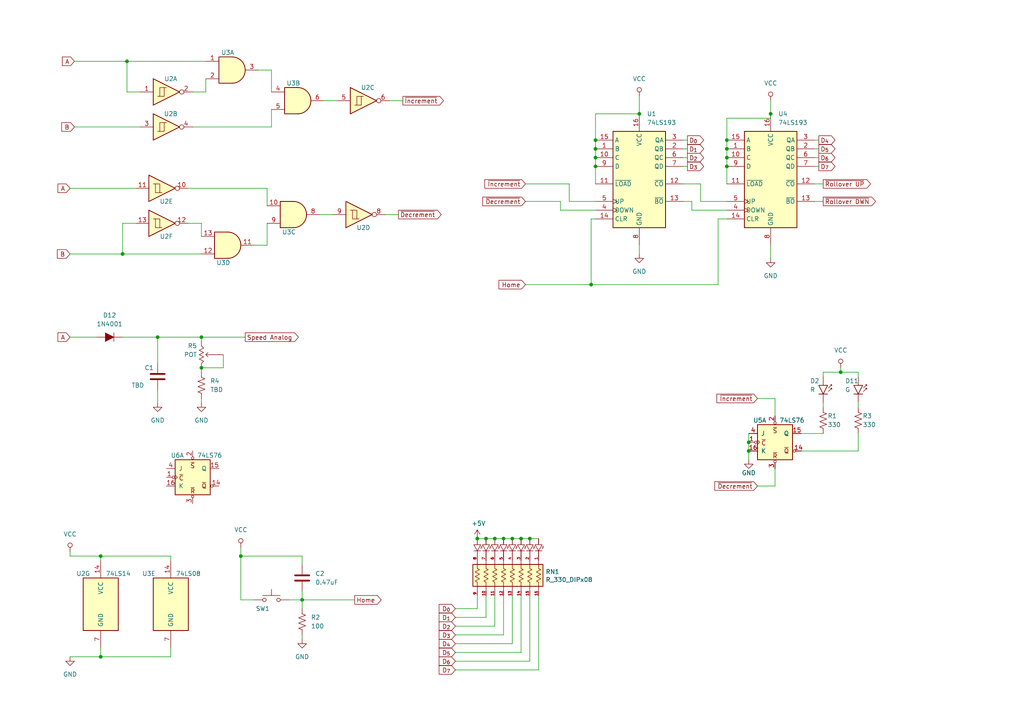
<source format=kicad_sch>
(kicad_sch (version 20230121) (generator eeschema)
  (paper "A4")
  (lib_symbols
    (symbol "00TJR:LED_small" (pin_numbers hide) (pin_names (offset 1.016) hide)
      (symbol "LED_small_0_1"
        (polyline (pts (xy -1.016 -2.286) (xy 1.016 -2.286)))
        (polyline (pts (xy 1.016 -1.27) (xy 1.4224 -0.8636)))
        (polyline (pts (xy 1.0414 -1.651) (xy 1.4478 -1.2446)))
        (polyline (pts (xy 0 -0.2032) (xy 0 -0.5334) (xy -0.0254 -0.5334)))
        (polyline (pts (xy -1.016 -0.508) (xy 1.016 -0.508) (xy 0 -2.286) (xy -1.016 -0.508)))
      )
      (symbol "LED_small_1_1"
        (pin passive line (at 0 -3.81 90) (length 1.4986) (name "K") (number "1"))
        (pin passive line (at 0 1.27 270) (length 1.4986) (name "A") (number "2"))
      )
    )
    (symbol "00TJR:R_Pack08_US" (pin_names (offset 0) hide)
      (property "Reference" "RN" (at -1.27 -11.43 0))
      (property "Value" "00TJR_R_Pack08_US" (at -1.27 11.43 0))
      (symbol "R_Pack08_US_0_1"
        (polyline (pts (xy -3.81 -8.89) (xy -2.794 -8.89)))
        (polyline (pts (xy -3.81 -6.35) (xy -2.794 -6.35)))
        (polyline (pts (xy -3.81 -3.81) (xy -2.794 -3.81)))
        (polyline (pts (xy -3.81 -1.27) (xy -2.794 -1.27)))
        (polyline (pts (xy -3.81 1.27) (xy -2.794 1.27)))
        (polyline (pts (xy -3.81 3.81) (xy -2.794 3.81)))
        (polyline (pts (xy -3.81 6.35) (xy -2.794 6.35)))
        (polyline (pts (xy -3.81 8.89) (xy -2.794 8.89)))
        (polyline (pts (xy 1.2192 3.81) (xy 2.54 3.81)))
        (polyline (pts (xy 1.2192 6.35) (xy 2.54 6.35)))
        (polyline (pts (xy 1.2192 8.89) (xy 2.54 8.89)))
        (polyline (pts (xy 2.54 -8.89) (xy 1.2192 -8.89)))
        (polyline (pts (xy 2.54 -6.35) (xy 1.2192 -6.35)))
        (polyline (pts (xy 2.54 -3.81) (xy 1.2192 -3.81)))
        (polyline (pts (xy 2.54 -1.27) (xy 1.2192 -1.27)))
        (polyline (pts (xy 2.54 1.27) (xy 1.2192 1.27)))
        (polyline (pts (xy 3.81 -8.89) (xy 2.54 -8.89)))
        (polyline (pts (xy 3.81 -6.35) (xy 2.54 -6.35)))
        (polyline (pts (xy 3.81 -3.81) (xy 2.54 -3.81)))
        (polyline (pts (xy 3.81 -1.27) (xy 2.54 -1.27)))
        (polyline (pts (xy 3.81 1.27) (xy 2.54 1.27)))
        (polyline (pts (xy 3.81 3.81) (xy 2.54 3.81)))
        (polyline (pts (xy 3.81 6.35) (xy 2.54 6.35)))
        (polyline (pts (xy 3.81 8.89) (xy 2.54 8.89)))
        (polyline (pts (xy -2.7432 -8.89) (xy -2.413 -8.255) (xy -1.7526 -9.525) (xy -1.0922 -8.255) (xy -0.4318 -9.525) (xy 0.2286 -8.255) (xy 0.889 -9.525) (xy 1.2192 -8.89)))
        (polyline (pts (xy -2.7432 -6.35) (xy -2.413 -5.715) (xy -1.7526 -6.985) (xy -1.0922 -5.715) (xy -0.4318 -6.985) (xy 0.2286 -5.715) (xy 0.889 -6.985) (xy 1.2192 -6.35)))
        (polyline (pts (xy -2.7432 -3.81) (xy -2.413 -3.175) (xy -1.7526 -4.445) (xy -1.0922 -3.175) (xy -0.4318 -4.445) (xy 0.2286 -3.175) (xy 0.889 -4.445) (xy 1.2192 -3.81)))
        (polyline (pts (xy -2.7432 -1.27) (xy -2.413 -0.635) (xy -1.7526 -1.905) (xy -1.0922 -0.635) (xy -0.4318 -1.905) (xy 0.2286 -0.635) (xy 0.889 -1.905) (xy 1.2192 -1.27)))
        (polyline (pts (xy -2.7432 1.27) (xy -2.413 1.905) (xy -1.7526 0.635) (xy -1.0922 1.905) (xy -0.4318 0.635) (xy 0.2286 1.905) (xy 0.889 0.635) (xy 1.2192 1.27)))
        (polyline (pts (xy -2.7432 3.81) (xy -2.413 4.445) (xy -1.7526 3.175) (xy -1.0922 4.445) (xy -0.4318 3.175) (xy 0.2286 4.445) (xy 0.889 3.175) (xy 1.2192 3.81)))
        (polyline (pts (xy -2.7432 6.35) (xy -2.413 6.985) (xy -1.7526 5.715) (xy -1.0922 6.985) (xy -0.4318 5.715) (xy 0.2286 6.985) (xy 0.889 5.715) (xy 1.2192 6.35)))
        (polyline (pts (xy -2.7432 8.89) (xy -2.413 9.525) (xy -1.7526 8.255) (xy -1.0922 9.525) (xy -0.4318 8.255) (xy 0.2286 9.525) (xy 0.889 8.255) (xy 1.2192 8.89)))
        (rectangle (start 2.413 -10.16) (end -3.937 10.16) (stroke (width 0.254)) (fill (type background)))
      )
      (symbol "R_Pack08_US_1_1"
        (polyline (pts (xy -5.08 -8.89) (xy -3.7592 -8.89)))
        (polyline (pts (xy -5.08 -6.35) (xy -3.7592 -6.35)))
        (polyline (pts (xy -5.08 -3.81) (xy -3.7592 -3.81)))
        (polyline (pts (xy -5.08 -1.27) (xy -3.7592 -1.27)))
        (polyline (pts (xy -5.08 1.27) (xy -3.7592 1.27)))
        (polyline (pts (xy -3.7592 3.81) (xy -5.08 3.81)))
        (polyline (pts (xy -3.7592 6.35) (xy -5.08 6.35)))
        (polyline (pts (xy -3.7592 8.89) (xy -5.08 8.89)))
        (pin passive line (at -6.35 8.89 0) (length 1.27) (name "1") (number "1"))
        (pin passive line (at 5.08 -6.35 180) (length 1.27) (name "10") (number "10"))
        (pin passive line (at 5.08 -3.81 180) (length 1.27) (name "11") (number "11"))
        (pin passive line (at 5.08 -1.27 180) (length 1.27) (name "12") (number "12"))
        (pin passive line (at 5.08 1.27 180) (length 1.27) (name "13") (number "13"))
        (pin passive line (at 5.08 3.81 180) (length 1.27) (name "14") (number "14"))
        (pin passive line (at 5.08 6.35 180) (length 1.27) (name "15") (number "15"))
        (pin passive line (at 5.08 8.89 180) (length 1.27) (name "16") (number "16"))
        (pin passive line (at -6.35 6.35 0) (length 1.27) (name "2") (number "2"))
        (pin passive line (at -6.35 3.81 0) (length 1.27) (name "3") (number "3"))
        (pin passive line (at -6.35 1.27 0) (length 1.27) (name "4") (number "4"))
        (pin passive line (at -6.35 -1.27 0) (length 1.27) (name "5") (number "5"))
        (pin passive line (at -6.35 -3.81 0) (length 1.27) (name "6") (number "6"))
        (pin passive line (at -6.35 -6.35 0) (length 1.27) (name "7") (number "7"))
        (pin passive line (at -6.35 -8.89 0) (length 1.27) (name "8") (number "8"))
        (pin passive line (at 5.08 -8.89 180) (length 1.27) (name "9") (number "9"))
      )
    )
    (symbol "BJT-Amps-cache:power_VCC" (power) (pin_names (offset 0))
      (property "Value" "power_VCC" (at 0 3.81 0))
      (symbol "power_VCC_0_1"
        (polyline (pts (xy 0 0) (xy 0 1.27)))
        (circle (center 0 1.905) (radius 0.635))
      )
      (symbol "power_VCC_1_1"
        (pin power_in line (at 0 0 90) (length 0) hide (name "VCC") (number "1"))
      )
    )
    (symbol "Counters-cache:74xx_74LS76" (pin_names (offset 1.016))
      (property "Reference" "U" (at -4.572 6.096 0))
      (property "Value" "74xx_74LS76" (at 3.81 6.096 0))
      (symbol "74xx_74LS76_1_0"
        (pin input line (at -7.62 0 0) (length 1.651) (name "~") (number "1"))
        (pin output line (at 7.62 -2.54 180) (length 1.651) (name "~") (number "14"))
        (pin output line (at 7.62 2.54 180) (length 2.54) (name "Q") (number "15"))
        (pin input line (at -7.62 -2.54 0) (length 2.54) (name "K") (number "16"))
        (pin input line (at 0 7.62 270) (length 1.651) (name "~") (number "2"))
        (pin input line (at 0 -7.62 90) (length 1.651) (name "~") (number "3"))
        (pin input line (at -7.62 2.54 0) (length 2.54) (name "J") (number "4"))
      )
      (symbol "74xx_74LS76_1_1"
        (circle (center -5.588 0) (radius 0.3556))
        (rectangle (start -5.08 5.08) (end 5.08 -5.08) (stroke (width 0.254)) (fill (type background)))
        (circle (center 0 -5.588) (radius 0.3556))
        (polyline (pts (xy -5.08 0.635) (xy -4.445 0) (xy -5.08 -0.635)))
        (circle (center 0 5.588) (radius 0.3556))
        (circle (center 5.588 -2.54) (radius 0.3556))
        (text "~{C}" (at -3.302 -0.254 0) (effects (font (size 1.27 1.27))))
        (text "~{Q}" (at 3.302 -2.54 0) (effects (font (size 1.27 1.27))))
        (text "~{R}" (at 0 -4.064 0) (effects (font (size 1.27 1.27))))
        (text "~{S}" (at 0 3.302 0) (effects (font (size 1.27 1.27))))
      )
      (symbol "74xx_74LS76_2_1"
        (circle (center -5.588 0) (radius 0.3556))
        (rectangle (start -5.08 5.08) (end 5.08 -5.08) (stroke (width 0.254)) (fill (type background)))
        (circle (center 0 -5.588) (radius 0.3556))
        (polyline (pts (xy -5.08 0.635) (xy -4.445 0) (xy -5.08 -0.635)))
        (circle (center 0 5.588) (radius 0.3556))
        (circle (center 5.588 -2.54) (radius 0.3556))
        (text "~{C}" (at -3.302 -0.254 0) (effects (font (size 1.27 1.27))))
        (text "~{Q}" (at 3.302 -2.54 0) (effects (font (size 1.27 1.27))))
        (text "~{R}" (at 0 -4.064 0) (effects (font (size 1.27 1.27))))
        (text "~{S}" (at 0 3.302 0) (effects (font (size 1.27 1.27))))
        (pin output line (at 7.62 -2.54 180) (length 1.651) (name "~") (number "10"))
        (pin output line (at 7.62 2.54 180) (length 2.54) (name "Q") (number "11"))
        (pin input line (at -7.62 -2.54 0) (length 2.54) (name "K") (number "12"))
        (pin input line (at -7.62 0 0) (length 1.651) (name "~") (number "6"))
        (pin input line (at 0 7.62 270) (length 1.651) (name "~") (number "7"))
        (pin input line (at 0 -7.62 90) (length 1.651) (name "~") (number "8"))
        (pin input line (at -7.62 2.54 0) (length 2.54) (name "J") (number "9"))
      )
    )
    (symbol "Drivers-cache:Drivers-rescue_LED-00TJR" (pin_numbers hide) (pin_names (offset 1.016) hide)
      (property "Reference" "D2" (at 3.81 1.27 0))
      (property "Value" "LED-00TJR" (at 3.81 -1.27 0))
      (symbol "Drivers-rescue_LED-00TJR_0_1"
        (polyline (pts (xy 1.27 -1.27) (xy -1.27 -1.27)) (stroke (width 0.2032)))
        (polyline (pts (xy 1.27 1.27) (xy -1.27 1.27) (xy 0 -1.27) (xy 1.27 1.27)) (stroke (width 0.2032)))
        (polyline (pts (xy 1.524 0.508) (xy 2.4892 1.4732) (xy 2.4892 1.0668) (xy 2.4892 1.4732) (xy 2.1082 1.4732)))
      )
      (symbol "Drivers-rescue_LED-00TJR_1_1"
        (polyline (pts (xy 1.524 -0.508) (xy 2.4892 0.4572) (xy 2.4892 0.0508) (xy 2.4892 0.4572) (xy 2.1082 0.4572)))
        (pin passive line (at 0 -3.81 90) (length 2.54) (name "K") (number "1"))
        (pin passive line (at 0 3.81 270) (length 2.54) (name "A") (number "2"))
      )
    )
    (symbol "F2018-cache:C" (pin_numbers hide) (pin_names (offset 0.254))
      (property "Reference" "C" (at 0.635 2.54 0))
      (property "Value" "C" (at 0.635 -2.54 0))
      (symbol "C_0_1"
        (polyline (pts (xy -2.032 -0.762) (xy 2.032 -0.762)) (stroke (width 0.508)))
        (polyline (pts (xy -2.032 0.762) (xy 2.032 0.762)) (stroke (width 0.508)))
      )
      (symbol "C_1_1"
        (pin passive line (at 0 3.81 270) (length 2.794) (name "~") (number "1"))
        (pin passive line (at 0 -3.81 90) (length 2.794) (name "~") (number "2"))
      )
    )
    (symbol "F2018-cache:D" (pin_numbers hide) (pin_names (offset 1.016) hide)
      (property "Reference" "D" (at 0 2.54 0))
      (property "Value" "D" (at 0 -2.54 0))
      (symbol "D_0_1"
        (polyline (pts (xy -1.27 1.27) (xy -1.27 -1.27)) (stroke (width 0.1524)))
        (polyline (pts (xy 1.27 1.27) (xy -1.27 0) (xy 1.27 -1.27)) (fill (type outline)))
      )
      (symbol "D_1_1"
        (pin passive line (at -3.81 0 0) (length 2.54) (name "K") (number "1"))
        (pin passive line (at 3.81 0 180) (length 2.54) (name "A") (number "2"))
      )
    )
    (symbol "F2018-cache:GND" (power) (pin_names (offset 0))
      (property "Value" "GND" (at 0 -3.81 0))
      (symbol "GND_0_1"
        (polyline (pts (xy 0 0) (xy 0 -1.27) (xy 1.27 -1.27) (xy 0 -2.54) (xy -1.27 -1.27) (xy 0 -1.27)))
      )
      (symbol "GND_1_1"
        (pin power_in line (at 0 0 270) (length 0) hide (name "GND") (number "1"))
      )
    )
    (symbol "F2018-cache:POT" (pin_numbers hide) (pin_names (offset 0))
      (property "Reference" "R" (at 2.54 -1.905 0))
      (property "Value" "POT" (at 2.54 2.54 0))
      (symbol "POT_0_1"
        (polyline (pts (xy 1.27 0) (xy 1.905 -0.635)))
        (polyline (pts (xy 1.27 0) (xy 1.905 0.635)))
        (polyline (pts (xy 5.08 0) (xy 1.27 0)))
        (polyline (pts (xy 0 2.54) (xy 0.635 1.905) (xy -0.635 1.27) (xy 0.635 0.635) (xy -0.635 0) (xy 0.635 -0.635) (xy -0.635 -1.27) (xy 0.635 -1.905) (xy 0 -2.54)))
      )
      (symbol "POT_1_1"
        (pin passive line (at 0 3.81 270) (length 1.27) (name "~") (number "1"))
        (pin passive line (at 0 -3.81 90) (length 1.27) (name "~") (number "2"))
        (pin passive line (at 6.35 0 180) (length 1.27) (name "~") (number "~"))
      )
    )
    (symbol "S2020-cache:00TJR_LED_small" (pin_numbers hide) (pin_names (offset 1.016) hide)
      (symbol "00TJR_LED_small_0_1"
        (polyline (pts (xy -0.635 -1.8542) (xy 0.635 -1.8542)))
        (polyline (pts (xy 0 -1.8288) (xy 0 -2.286)))
        (polyline (pts (xy 0.7366 -0.9652) (xy 1.3716 -0.3302)))
        (polyline (pts (xy 0 -0.2032) (xy 0 -0.5334) (xy -0.0254 -0.5334)))
        (polyline (pts (xy -0.635 -0.5842) (xy 0.635 -0.5842) (xy 0 -1.8542) (xy -0.635 -0.5842)))
      )
      (symbol "00TJR_LED_small_1_1"
        (polyline (pts (xy 0.7366 -1.4478) (xy 1.3716 -0.8128)))
        (pin passive line (at 0 -3.81 90) (length 1.4986) (name "K") (number "1"))
        (pin passive line (at 0 1.27 270) (length 1.4986) (name "A") (number "2"))
      )
    )
    (symbol "S2020-cache:74LS193"
      (property "Reference" "U" (at -7.62 13.97 0))
      (property "Value" "74LS193" (at 5.08 13.97 0))
      (symbol "74LS193_1_0"
        (pin input line (at -12.7 7.62 0) (length 5.08) (name "B") (number "1"))
        (pin input line (at -12.7 5.08 0) (length 5.08) (name "C") (number "10"))
        (pin input line (at -12.7 -2.54 0) (length 5.08) (name "~{LOAD}") (number "11"))
        (pin output line (at 12.7 -2.54 180) (length 5.08) (name "~{CO}") (number "12"))
        (pin output line (at 12.7 -7.62 180) (length 5.08) (name "~{BO}") (number "13"))
        (pin input line (at -12.7 -12.7 0) (length 5.08) (name "CLR") (number "14"))
        (pin input line (at -12.7 10.16 0) (length 5.08) (name "A") (number "15"))
        (pin power_in line (at 0 17.78 270) (length 5.08) (name "VCC") (number "16"))
        (pin output line (at 12.7 7.62 180) (length 5.08) (name "QB") (number "2"))
        (pin output line (at 12.7 10.16 180) (length 5.08) (name "QA") (number "3"))
        (pin input clock (at -12.7 -10.16 0) (length 5.08) (name "DOWN") (number "4"))
        (pin input clock (at -12.7 -7.62 0) (length 5.08) (name "UP") (number "5"))
        (pin output line (at 12.7 5.08 180) (length 5.08) (name "QC") (number "6"))
        (pin output line (at 12.7 2.54 180) (length 5.08) (name "QD") (number "7"))
        (pin power_in line (at 0 -20.32 90) (length 5.08) (name "GND") (number "8"))
        (pin input line (at -12.7 2.54 0) (length 5.08) (name "D") (number "9"))
      )
      (symbol "74LS193_1_1"
        (rectangle (start -7.62 12.7) (end 7.62 -15.24) (stroke (width 0.254)) (fill (type background)))
      )
    )
    (symbol "S2020-cache:74xx_74LS14" (pin_names (offset 1.016))
      (property "Reference" "U" (at 0 1.27 0))
      (property "Value" "74xx_74LS14" (at 0 -1.27 0))
      (symbol "74xx_74LS14_1_0"
        (polyline (pts (xy -3.81 3.81) (xy -3.81 -3.81) (xy 3.81 0) (xy -3.81 3.81)) (stroke (width 0.254)) (fill (type background)))
        (pin input line (at -7.62 0 0) (length 3.81) (name "~") (number "1"))
        (pin output inverted (at 7.62 0 180) (length 3.81) (name "~") (number "2"))
      )
      (symbol "74xx_74LS14_1_1"
        (polyline (pts (xy -1.905 -1.27) (xy -1.905 1.27) (xy -0.635 1.27)))
        (polyline (pts (xy -2.54 -1.27) (xy -0.635 -1.27) (xy -0.635 1.27) (xy 0 1.27)))
      )
      (symbol "74xx_74LS14_2_0"
        (polyline (pts (xy -3.81 3.81) (xy -3.81 -3.81) (xy 3.81 0) (xy -3.81 3.81)) (stroke (width 0.254)) (fill (type background)))
        (pin input line (at -7.62 0 0) (length 3.81) (name "~") (number "3"))
        (pin output inverted (at 7.62 0 180) (length 3.81) (name "~") (number "4"))
      )
      (symbol "74xx_74LS14_2_1"
        (polyline (pts (xy -1.905 -1.27) (xy -1.905 1.27) (xy -0.635 1.27)))
        (polyline (pts (xy -2.54 -1.27) (xy -0.635 -1.27) (xy -0.635 1.27) (xy 0 1.27)))
      )
      (symbol "74xx_74LS14_3_0"
        (polyline (pts (xy -3.81 3.81) (xy -3.81 -3.81) (xy 3.81 0) (xy -3.81 3.81)) (stroke (width 0.254)) (fill (type background)))
        (pin input line (at -7.62 0 0) (length 3.81) (name "~") (number "5"))
        (pin output inverted (at 7.62 0 180) (length 3.81) (name "~") (number "6"))
      )
      (symbol "74xx_74LS14_3_1"
        (polyline (pts (xy -1.905 -1.27) (xy -1.905 1.27) (xy -0.635 1.27)))
        (polyline (pts (xy -2.54 -1.27) (xy -0.635 -1.27) (xy -0.635 1.27) (xy 0 1.27)))
      )
      (symbol "74xx_74LS14_4_0"
        (polyline (pts (xy -3.81 3.81) (xy -3.81 -3.81) (xy 3.81 0) (xy -3.81 3.81)) (stroke (width 0.254)) (fill (type background)))
        (pin output inverted (at 7.62 0 180) (length 3.81) (name "~") (number "8"))
        (pin input line (at -7.62 0 0) (length 3.81) (name "~") (number "9"))
      )
      (symbol "74xx_74LS14_4_1"
        (polyline (pts (xy -1.905 -1.27) (xy -1.905 1.27) (xy -0.635 1.27)))
        (polyline (pts (xy -2.54 -1.27) (xy -0.635 -1.27) (xy -0.635 1.27) (xy 0 1.27)))
      )
      (symbol "74xx_74LS14_5_0"
        (polyline (pts (xy -3.81 3.81) (xy -3.81 -3.81) (xy 3.81 0) (xy -3.81 3.81)) (stroke (width 0.254)) (fill (type background)))
        (pin output inverted (at 7.62 0 180) (length 3.81) (name "~") (number "10"))
        (pin input line (at -7.62 0 0) (length 3.81) (name "~") (number "11"))
      )
      (symbol "74xx_74LS14_5_1"
        (polyline (pts (xy -1.905 -1.27) (xy -1.905 1.27) (xy -0.635 1.27)))
        (polyline (pts (xy -2.54 -1.27) (xy -0.635 -1.27) (xy -0.635 1.27) (xy 0 1.27)))
      )
      (symbol "74xx_74LS14_6_0"
        (polyline (pts (xy -3.81 3.81) (xy -3.81 -3.81) (xy 3.81 0) (xy -3.81 3.81)) (stroke (width 0.254)) (fill (type background)))
        (pin output inverted (at 7.62 0 180) (length 3.81) (name "~") (number "12"))
        (pin input line (at -7.62 0 0) (length 3.81) (name "~") (number "13"))
      )
      (symbol "74xx_74LS14_6_1"
        (polyline (pts (xy -1.905 -1.27) (xy -1.905 1.27) (xy -0.635 1.27)))
        (polyline (pts (xy -2.54 -1.27) (xy -0.635 -1.27) (xy -0.635 1.27) (xy 0 1.27)))
      )
      (symbol "74xx_74LS14_7_0"
        (pin power_in line (at 0 12.7 270) (length 5.08) (name "VCC") (number "14"))
        (pin power_in line (at 0 -12.7 90) (length 5.08) (name "GND") (number "7"))
      )
      (symbol "74xx_74LS14_7_1"
        (rectangle (start -5.08 7.62) (end 5.08 -7.62) (stroke (width 0.254)) (fill (type background)))
      )
    )
    (symbol "S2020-cache:74xx_74LS76" (pin_names (offset 1.016))
      (property "Reference" "U" (at -7.62 8.89 0))
      (property "Value" "74xx_74LS76" (at -7.62 -8.89 0))
      (symbol "74xx_74LS76_1_0"
        (pin input clock (at -7.62 0 0) (length 2.54) (name "C") (number "1"))
        (pin output line (at 7.62 -2.54 180) (length 2.54) (name "~{Q}") (number "14"))
        (pin output line (at 7.62 2.54 180) (length 2.54) (name "Q") (number "15"))
        (pin input line (at -7.62 -2.54 0) (length 2.54) (name "K") (number "16"))
        (pin input line (at 0 7.62 270) (length 2.54) (name "~{S}") (number "2"))
        (pin input line (at 0 -7.62 90) (length 2.54) (name "~{R}") (number "3"))
        (pin input line (at -7.62 2.54 0) (length 2.54) (name "J") (number "4"))
      )
      (symbol "74xx_74LS76_1_1"
        (rectangle (start -5.08 5.08) (end 5.08 -5.08) (stroke (width 0.254)) (fill (type background)))
      )
      (symbol "74xx_74LS76_2_0"
        (pin output line (at 7.62 -2.54 180) (length 2.54) (name "~{Q}") (number "10"))
        (pin output line (at 7.62 2.54 180) (length 2.54) (name "Q") (number "11"))
        (pin input line (at -7.62 -2.54 0) (length 2.54) (name "K") (number "12"))
        (pin input clock (at -7.62 0 0) (length 2.54) (name "C") (number "6"))
        (pin input line (at 0 7.62 270) (length 2.54) (name "~{S}") (number "7"))
        (pin input line (at 0 -7.62 90) (length 2.54) (name "~{R}") (number "8"))
        (pin input line (at -7.62 2.54 0) (length 2.54) (name "J") (number "9"))
      )
      (symbol "74xx_74LS76_2_1"
        (rectangle (start -5.08 5.08) (end 5.08 -5.08) (stroke (width 0.254)) (fill (type background)))
      )
      (symbol "74xx_74LS76_3_0"
        (pin power_in line (at 0 -10.16 90) (length 2.54) (name "GND") (number "13"))
        (pin power_in line (at 0 10.16 270) (length 2.54) (name "VCC") (number "5"))
      )
      (symbol "74xx_74LS76_3_1"
        (rectangle (start -5.08 7.62) (end 5.08 -7.62) (stroke (width 0.254)) (fill (type background)))
      )
    )
    (symbol "S2020-cache:Device_R_US" (pin_numbers hide) (pin_names (offset 0))
      (property "Reference" "R" (at 2.54 0 90))
      (property "Value" "Device_R_US" (at -2.54 0 90))
      (symbol "Device_R_US_0_1"
        (polyline (pts (xy 0 -2.286) (xy 0 -2.54)))
        (polyline (pts (xy 0 2.286) (xy 0 2.54)))
        (polyline (pts (xy 0 -0.762) (xy 1.016 -1.143) (xy 0 -1.524) (xy -1.016 -1.905) (xy 0 -2.286)))
        (polyline (pts (xy 0 0.762) (xy 1.016 0.381) (xy 0 0) (xy -1.016 -0.381) (xy 0 -0.762)))
        (polyline (pts (xy 0 2.286) (xy 1.016 1.905) (xy 0 1.524) (xy -1.016 1.143) (xy 0 0.762)))
      )
      (symbol "Device_R_US_1_1"
        (pin passive line (at 0 3.81 270) (length 1.27) (name "~") (number "1"))
        (pin passive line (at 0 -3.81 90) (length 1.27) (name "~") (number "2"))
      )
    )
    (symbol "S2020-cache:Switch_SW_Push" (pin_numbers hide) (pin_names (offset 1.016) hide)
      (property "Reference" "SW" (at 1.27 2.54 0))
      (property "Value" "Switch_SW_Push" (at 0 -1.524 0))
      (symbol "Switch_SW_Push_0_1"
        (circle (center -2.032 0) (radius 0.508))
        (polyline (pts (xy 0 1.27) (xy 0 3.048)))
        (polyline (pts (xy 2.54 1.27) (xy -2.54 1.27)))
        (circle (center 2.032 0) (radius 0.508))
        (pin passive line (at -5.08 0 0) (length 2.54) (name "1") (number "1"))
        (pin passive line (at 5.08 0 180) (length 2.54) (name "2") (number "2"))
      )
    )
    (symbol "TFlipFlop-cache:74xx_74LS08" (pin_names (offset 1.016))
      (property "Reference" "U" (at 0 1.27 0))
      (property "Value" "74xx_74LS08" (at 0 -1.27 0))
      (symbol "74xx_74LS08_1_1"
        (arc (start 0 -3.81) (mid 3.7934 0) (end 0 3.81) (stroke (width 0.254)) (fill (type background)))
        (polyline (pts (xy 0 3.81) (xy -3.81 3.81) (xy -3.81 -3.81) (xy 0 -3.81)) (stroke (width 0.254)) (fill (type background)))
        (pin input line (at -7.62 2.54 0) (length 3.81) (name "~") (number "1"))
        (pin input line (at -7.62 -2.54 0) (length 3.81) (name "~") (number "2"))
        (pin output line (at 7.62 0 180) (length 3.81) (name "~") (number "3"))
      )
      (symbol "74xx_74LS08_1_2"
        (arc (start -3.81 -3.81) (mid -2.589 0) (end -3.81 3.81) (stroke (width 0.254)))
        (arc (start -0.6096 -3.81) (mid 2.1842 -2.5851) (end 3.81 0) (stroke (width 0.254)) (fill (type background)))
        (polyline (pts (xy -3.81 -3.81) (xy -0.635 -3.81)) (stroke (width 0.254)) (fill (type background)))
        (polyline (pts (xy -3.81 3.81) (xy -0.635 3.81)) (stroke (width 0.254)) (fill (type background)))
        (polyline (pts (xy -0.635 3.81) (xy -3.81 3.81) (xy -3.81 3.81) (xy -3.556 3.4036) (xy -3.0226 2.2606) (xy -2.6924 1.0414) (xy -2.6162 -0.254) (xy -2.7686 -1.4986) (xy -3.175 -2.7178) (xy -3.81 -3.81) (xy -3.81 -3.81) (xy -0.635 -3.81)) (stroke (width -25.4)) (fill (type background)))
        (arc (start 3.81 0) (mid 2.1915 2.5936) (end -0.6096 3.81) (stroke (width 0.254)) (fill (type background)))
        (pin input inverted (at -7.62 2.54 0) (length 4.318) (name "~") (number "1"))
        (pin input inverted (at -7.62 -2.54 0) (length 4.318) (name "~") (number "2"))
        (pin output inverted (at 7.62 0 180) (length 3.81) (name "~") (number "3"))
      )
      (symbol "74xx_74LS08_2_1"
        (arc (start 0 -3.81) (mid 3.7934 0) (end 0 3.81) (stroke (width 0.254)) (fill (type background)))
        (polyline (pts (xy 0 3.81) (xy -3.81 3.81) (xy -3.81 -3.81) (xy 0 -3.81)) (stroke (width 0.254)) (fill (type background)))
        (pin input line (at -7.62 2.54 0) (length 3.81) (name "~") (number "4"))
        (pin input line (at -7.62 -2.54 0) (length 3.81) (name "~") (number "5"))
        (pin output line (at 7.62 0 180) (length 3.81) (name "~") (number "6"))
      )
      (symbol "74xx_74LS08_2_2"
        (arc (start -3.81 -3.81) (mid -2.589 0) (end -3.81 3.81) (stroke (width 0.254)))
        (arc (start -0.6096 -3.81) (mid 2.1842 -2.5851) (end 3.81 0) (stroke (width 0.254)) (fill (type background)))
        (polyline (pts (xy -3.81 -3.81) (xy -0.635 -3.81)) (stroke (width 0.254)) (fill (type background)))
        (polyline (pts (xy -3.81 3.81) (xy -0.635 3.81)) (stroke (width 0.254)) (fill (type background)))
        (polyline (pts (xy -0.635 3.81) (xy -3.81 3.81) (xy -3.81 3.81) (xy -3.556 3.4036) (xy -3.0226 2.2606) (xy -2.6924 1.0414) (xy -2.6162 -0.254) (xy -2.7686 -1.4986) (xy -3.175 -2.7178) (xy -3.81 -3.81) (xy -3.81 -3.81) (xy -0.635 -3.81)) (stroke (width -25.4)) (fill (type background)))
        (arc (start 3.81 0) (mid 2.1915 2.5936) (end -0.6096 3.81) (stroke (width 0.254)) (fill (type background)))
        (pin input inverted (at -7.62 2.54 0) (length 4.318) (name "~") (number "4"))
        (pin input inverted (at -7.62 -2.54 0) (length 4.318) (name "~") (number "5"))
        (pin output inverted (at 7.62 0 180) (length 3.81) (name "~") (number "6"))
      )
      (symbol "74xx_74LS08_3_1"
        (arc (start 0 -3.81) (mid 3.7934 0) (end 0 3.81) (stroke (width 0.254)) (fill (type background)))
        (polyline (pts (xy 0 3.81) (xy -3.81 3.81) (xy -3.81 -3.81) (xy 0 -3.81)) (stroke (width 0.254)) (fill (type background)))
        (pin input line (at -7.62 -2.54 0) (length 3.81) (name "~") (number "10"))
        (pin output line (at 7.62 0 180) (length 3.81) (name "~") (number "8"))
        (pin input line (at -7.62 2.54 0) (length 3.81) (name "~") (number "9"))
      )
      (symbol "74xx_74LS08_3_2"
        (arc (start -3.81 -3.81) (mid -2.589 0) (end -3.81 3.81) (stroke (width 0.254)))
        (arc (start -0.6096 -3.81) (mid 2.1842 -2.5851) (end 3.81 0) (stroke (width 0.254)) (fill (type background)))
        (polyline (pts (xy -3.81 -3.81) (xy -0.635 -3.81)) (stroke (width 0.254)) (fill (type background)))
        (polyline (pts (xy -3.81 3.81) (xy -0.635 3.81)) (stroke (width 0.254)) (fill (type background)))
        (polyline (pts (xy -0.635 3.81) (xy -3.81 3.81) (xy -3.81 3.81) (xy -3.556 3.4036) (xy -3.0226 2.2606) (xy -2.6924 1.0414) (xy -2.6162 -0.254) (xy -2.7686 -1.4986) (xy -3.175 -2.7178) (xy -3.81 -3.81) (xy -3.81 -3.81) (xy -0.635 -3.81)) (stroke (width -25.4)) (fill (type background)))
        (arc (start 3.81 0) (mid 2.1915 2.5936) (end -0.6096 3.81) (stroke (width 0.254)) (fill (type background)))
        (pin input inverted (at -7.62 -2.54 0) (length 4.318) (name "~") (number "10"))
        (pin output inverted (at 7.62 0 180) (length 3.81) (name "~") (number "8"))
        (pin input inverted (at -7.62 2.54 0) (length 4.318) (name "~") (number "9"))
      )
      (symbol "74xx_74LS08_4_1"
        (arc (start 0 -3.81) (mid 3.7934 0) (end 0 3.81) (stroke (width 0.254)) (fill (type background)))
        (polyline (pts (xy 0 3.81) (xy -3.81 3.81) (xy -3.81 -3.81) (xy 0 -3.81)) (stroke (width 0.254)) (fill (type background)))
        (pin output line (at 7.62 0 180) (length 3.81) (name "~") (number "11"))
        (pin input line (at -7.62 2.54 0) (length 3.81) (name "~") (number "12"))
        (pin input line (at -7.62 -2.54 0) (length 3.81) (name "~") (number "13"))
      )
      (symbol "74xx_74LS08_4_2"
        (arc (start -3.81 -3.81) (mid -2.589 0) (end -3.81 3.81) (stroke (width 0.254)))
        (arc (start -0.6096 -3.81) (mid 2.1842 -2.5851) (end 3.81 0) (stroke (width 0.254)) (fill (type background)))
        (polyline (pts (xy -3.81 -3.81) (xy -0.635 -3.81)) (stroke (width 0.254)) (fill (type background)))
        (polyline (pts (xy -3.81 3.81) (xy -0.635 3.81)) (stroke (width 0.254)) (fill (type background)))
        (polyline (pts (xy -0.635 3.81) (xy -3.81 3.81) (xy -3.81 3.81) (xy -3.556 3.4036) (xy -3.0226 2.2606) (xy -2.6924 1.0414) (xy -2.6162 -0.254) (xy -2.7686 -1.4986) (xy -3.175 -2.7178) (xy -3.81 -3.81) (xy -3.81 -3.81) (xy -0.635 -3.81)) (stroke (width -25.4)) (fill (type background)))
        (arc (start 3.81 0) (mid 2.1915 2.5936) (end -0.6096 3.81) (stroke (width 0.254)) (fill (type background)))
        (pin output inverted (at 7.62 0 180) (length 3.81) (name "~") (number "11"))
        (pin input inverted (at -7.62 2.54 0) (length 4.318) (name "~") (number "12"))
        (pin input inverted (at -7.62 -2.54 0) (length 4.318) (name "~") (number "13"))
      )
      (symbol "74xx_74LS08_5_0"
        (pin power_in line (at 0 12.7 270) (length 5.08) (name "VCC") (number "14"))
        (pin power_in line (at 0 -12.7 90) (length 5.08) (name "GND") (number "7"))
      )
      (symbol "74xx_74LS08_5_1"
        (rectangle (start -5.08 7.62) (end 5.08 -7.62) (stroke (width 0.254)) (fill (type background)))
      )
    )
    (symbol "power:+5V" (power) (pin_names (offset 0))
      (property "Value" "power_+5V" (at 0 3.556 0))
      (symbol "+5V_0_1"
        (polyline (pts (xy -0.762 1.27) (xy 0 2.54)))
        (polyline (pts (xy 0 0) (xy 0 2.54)))
        (polyline (pts (xy 0 2.54) (xy 0.762 1.27)))
      )
      (symbol "+5V_1_1"
        (pin power_in line (at 0 0 90) (length 0) hide (name "+5V") (number "1"))
      )
    )
  )
  (junction (at 58.42 106.68))
  (junction (at 87.63 173.99))
  (junction (at 29.21 190.5))
  (junction (at 138.43 156.21))
  (junction (at 243.84 107.95))
  (junction (at 210.82 45.72))
  (junction (at 143.51 156.21))
  (junction (at 172.72 43.18))
  (junction (at 172.72 45.72))
  (junction (at 36.83 17.78))
  (junction (at 172.72 48.26))
  (junction (at 217.17 128.27))
  (junction (at 210.82 48.26))
  (junction (at 210.82 43.18))
  (junction (at 45.72 97.79))
  (junction (at 185.42 33.02))
  (junction (at 29.21 161.29))
  (junction (at 217.17 130.81))
  (junction (at 146.05 156.21))
  (junction (at 69.85 161.29))
  (junction (at 148.59 156.21))
  (junction (at 172.72 40.64))
  (junction (at 151.13 156.21))
  (junction (at 153.67 156.21))
  (junction (at 58.42 97.79))
  (junction (at 35.56 73.66))
  (junction (at 140.97 156.21))
  (junction (at 223.52 33.02))
  (junction (at 210.82 40.64))
  (junction (at 171.45 82.55))
  (wire (pts (xy 198.12 45.72) (xy 199.39 45.72)))
  (wire (pts (xy 49.53 161.29) (xy 29.21 161.29)))
  (wire (pts (xy 55.88 26.67) (xy 59.69 26.67)))
  (wire (pts (xy 232.41 130.81) (xy 248.92 130.81)))
  (wire (pts (xy 217.17 128.27) (xy 217.17 130.81)))
  (wire (pts (xy 152.4 82.55) (xy 171.45 82.55)))
  (wire (pts (xy 232.41 125.73) (xy 238.76 125.73)))
  (wire (pts (xy 138.43 176.53) (xy 138.43 172.72)))
  (wire (pts (xy 210.82 40.64) (xy 210.82 34.29)))
  (wire (pts (xy 69.85 161.29) (xy 69.85 173.99)))
  (wire (pts (xy 171.45 82.55) (xy 208.28 82.55)))
  (wire (pts (xy 49.53 190.5) (xy 29.21 190.5)))
  (wire (pts (xy 151.13 156.21) (xy 148.59 156.21)))
  (wire (pts (xy 203.2 53.34) (xy 198.12 53.34)))
  (wire (pts (xy 172.72 45.72) (xy 172.72 43.18)))
  (wire (pts (xy 171.45 63.5) (xy 171.45 82.55)))
  (wire (pts (xy 148.59 186.69) (xy 148.59 172.72)))
  (wire (pts (xy 77.47 71.12) (xy 77.47 64.77)))
  (wire (pts (xy 153.67 156.21) (xy 151.13 156.21)))
  (wire (pts (xy 59.69 26.67) (xy 59.69 22.86)))
  (wire (pts (xy 69.85 158.75) (xy 69.85 161.29)))
  (wire (pts (xy 58.42 106.68) (xy 58.42 107.95)))
  (wire (pts (xy 217.17 130.81) (xy 217.17 133.35)))
  (wire (pts (xy 171.45 63.5) (xy 172.72 63.5)))
  (wire (pts (xy 102.87 173.99) (xy 87.63 173.99)))
  (wire (pts (xy 55.88 36.83) (xy 78.74 36.83)))
  (wire (pts (xy 172.72 48.26) (xy 172.72 45.72)))
  (wire (pts (xy 210.82 34.29) (xy 223.52 34.29)))
  (wire (pts (xy 236.22 40.64) (xy 237.49 40.64)))
  (wire (pts (xy 132.08 191.77) (xy 153.67 191.77)))
  (wire (pts (xy 54.61 64.77) (xy 58.42 64.77)))
  (wire (pts (xy 58.42 97.79) (xy 71.12 97.79)))
  (wire (pts (xy 248.92 116.84) (xy 248.92 118.11)))
  (wire (pts (xy 20.32 160.02) (xy 20.32 161.29)))
  (wire (pts (xy 200.66 60.96) (xy 210.82 60.96)))
  (wire (pts (xy 146.05 156.21) (xy 143.51 156.21)))
  (wire (pts (xy 36.83 17.78) (xy 59.69 17.78)))
  (wire (pts (xy 172.72 33.02) (xy 185.42 33.02)))
  (wire (pts (xy 58.42 64.77) (xy 58.42 68.58)))
  (wire (pts (xy 203.2 53.34) (xy 203.2 58.42)))
  (wire (pts (xy 78.74 36.83) (xy 78.74 31.75)))
  (wire (pts (xy 148.59 156.21) (xy 146.05 156.21)))
  (wire (pts (xy 20.32 161.29) (xy 29.21 161.29)))
  (wire (pts (xy 162.56 58.42) (xy 162.56 60.96)))
  (wire (pts (xy 87.63 163.83) (xy 87.63 161.29)))
  (wire (pts (xy 21.59 36.83) (xy 40.64 36.83)))
  (wire (pts (xy 87.63 171.45) (xy 87.63 173.99)))
  (wire (pts (xy 224.79 135.89) (xy 224.79 140.97)))
  (wire (pts (xy 35.56 73.66) (xy 58.42 73.66)))
  (wire (pts (xy 165.1 53.34) (xy 165.1 58.42)))
  (wire (pts (xy 83.82 173.99) (xy 87.63 173.99)))
  (wire (pts (xy 113.03 29.21) (xy 116.84 29.21)))
  (wire (pts (xy 20.32 97.79) (xy 27.94 97.79)))
  (wire (pts (xy 236.22 48.26) (xy 237.49 48.26)))
  (wire (pts (xy 132.08 189.23) (xy 151.13 189.23)))
  (wire (pts (xy 152.4 53.34) (xy 165.1 53.34)))
  (wire (pts (xy 73.66 71.12) (xy 77.47 71.12)))
  (wire (pts (xy 236.22 45.72) (xy 237.49 45.72)))
  (wire (pts (xy 143.51 181.61) (xy 143.51 172.72)))
  (wire (pts (xy 198.12 40.64) (xy 199.39 40.64)))
  (wire (pts (xy 172.72 53.34) (xy 172.72 48.26)))
  (wire (pts (xy 49.53 162.56) (xy 49.53 161.29)))
  (wire (pts (xy 200.66 58.42) (xy 200.66 60.96)))
  (wire (pts (xy 238.76 58.42) (xy 236.22 58.42)))
  (wire (pts (xy 64.77 102.87) (xy 64.77 106.68)))
  (wire (pts (xy 238.76 53.34) (xy 236.22 53.34)))
  (wire (pts (xy 243.84 107.95) (xy 248.92 107.95)))
  (wire (pts (xy 151.13 189.23) (xy 151.13 172.72)))
  (wire (pts (xy 69.85 173.99) (xy 73.66 173.99)))
  (wire (pts (xy 45.72 97.79) (xy 45.72 105.41)))
  (wire (pts (xy 238.76 116.84) (xy 238.76 118.11)))
  (wire (pts (xy 210.82 43.18) (xy 210.82 45.72)))
  (wire (pts (xy 96.52 62.23) (xy 92.71 62.23)))
  (wire (pts (xy 35.56 64.77) (xy 39.37 64.77)))
  (wire (pts (xy 152.4 58.42) (xy 162.56 58.42)))
  (wire (pts (xy 203.2 58.42) (xy 210.82 58.42)))
  (wire (pts (xy 210.82 45.72) (xy 210.82 48.26)))
  (wire (pts (xy 132.08 179.07) (xy 140.97 179.07)))
  (wire (pts (xy 45.72 113.03) (xy 45.72 116.84)))
  (wire (pts (xy 243.84 106.68) (xy 243.84 107.95)))
  (wire (pts (xy 223.52 33.02) (xy 223.52 34.29)))
  (wire (pts (xy 87.63 185.42) (xy 87.63 184.15)))
  (wire (pts (xy 219.71 140.97) (xy 224.79 140.97)))
  (wire (pts (xy 74.93 20.32) (xy 78.74 20.32)))
  (wire (pts (xy 132.08 194.31) (xy 156.21 194.31)))
  (wire (pts (xy 132.08 186.69) (xy 148.59 186.69)))
  (wire (pts (xy 198.12 43.18) (xy 199.39 43.18)))
  (wire (pts (xy 58.42 97.79) (xy 58.42 99.06)))
  (wire (pts (xy 238.76 107.95) (xy 243.84 107.95)))
  (wire (pts (xy 132.08 181.61) (xy 143.51 181.61)))
  (wire (pts (xy 217.17 125.73) (xy 217.17 128.27)))
  (wire (pts (xy 208.28 63.5) (xy 210.82 63.5)))
  (wire (pts (xy 78.74 20.32) (xy 78.74 26.67)))
  (wire (pts (xy 200.66 58.42) (xy 198.12 58.42)))
  (wire (pts (xy 35.56 64.77) (xy 35.56 73.66)))
  (wire (pts (xy 210.82 48.26) (xy 210.82 53.34)))
  (wire (pts (xy 156.21 156.21) (xy 153.67 156.21)))
  (wire (pts (xy 208.28 63.5) (xy 208.28 82.55)))
  (wire (pts (xy 29.21 161.29) (xy 29.21 162.56)))
  (wire (pts (xy 20.32 73.66) (xy 35.56 73.66)))
  (wire (pts (xy 20.32 54.61) (xy 39.37 54.61)))
  (wire (pts (xy 172.72 43.18) (xy 172.72 40.64)))
  (wire (pts (xy 146.05 184.15) (xy 146.05 172.72)))
  (wire (pts (xy 77.47 54.61) (xy 77.47 59.69)))
  (wire (pts (xy 45.72 97.79) (xy 58.42 97.79)))
  (wire (pts (xy 35.56 97.79) (xy 45.72 97.79)))
  (wire (pts (xy 248.92 125.73) (xy 248.92 130.81)))
  (wire (pts (xy 69.85 161.29) (xy 87.63 161.29)))
  (wire (pts (xy 156.21 194.31) (xy 156.21 172.72)))
  (wire (pts (xy 97.79 29.21) (xy 93.98 29.21)))
  (wire (pts (xy 49.53 187.96) (xy 49.53 190.5)))
  (wire (pts (xy 29.21 190.5) (xy 29.21 187.96)))
  (wire (pts (xy 172.72 40.64) (xy 172.72 33.02)))
  (wire (pts (xy 185.42 73.66) (xy 185.42 71.12)))
  (wire (pts (xy 238.76 107.95) (xy 238.76 109.22)))
  (wire (pts (xy 165.1 58.42) (xy 172.72 58.42)))
  (wire (pts (xy 140.97 179.07) (xy 140.97 172.72)))
  (wire (pts (xy 36.83 26.67) (xy 36.83 17.78)))
  (wire (pts (xy 132.08 184.15) (xy 146.05 184.15)))
  (wire (pts (xy 162.56 60.96) (xy 172.72 60.96)))
  (wire (pts (xy 223.52 74.93) (xy 223.52 71.12)))
  (wire (pts (xy 140.97 156.21) (xy 138.43 156.21)))
  (wire (pts (xy 111.76 62.23) (xy 115.57 62.23)))
  (wire (pts (xy 210.82 40.64) (xy 210.82 43.18)))
  (wire (pts (xy 87.63 176.53) (xy 87.63 173.99)))
  (wire (pts (xy 20.32 190.5) (xy 29.21 190.5)))
  (wire (pts (xy 58.42 106.68) (xy 64.77 106.68)))
  (wire (pts (xy 54.61 54.61) (xy 77.47 54.61)))
  (wire (pts (xy 132.08 176.53) (xy 138.43 176.53)))
  (wire (pts (xy 185.42 27.94) (xy 185.42 33.02)))
  (wire (pts (xy 143.51 156.21) (xy 140.97 156.21)))
  (wire (pts (xy 198.12 48.26) (xy 199.39 48.26)))
  (wire (pts (xy 36.83 26.67) (xy 40.64 26.67)))
  (wire (pts (xy 21.59 17.78) (xy 36.83 17.78)))
  (wire (pts (xy 224.79 115.57) (xy 224.79 120.65)))
  (wire (pts (xy 219.71 115.57) (xy 224.79 115.57)))
  (wire (pts (xy 58.42 116.84) (xy 58.42 115.57)))
  (wire (pts (xy 153.67 191.77) (xy 153.67 172.72)))
  (wire (pts (xy 223.52 29.21) (xy 223.52 33.02)))
  (wire (pts (xy 236.22 43.18) (xy 237.49 43.18)))
  (wire (pts (xy 248.92 107.95) (xy 248.92 109.22)))
  (global_label "Home" (shape input) (at 152.4 82.55 180) (property "Intersheetrefs" "${INTERSHEET_REFS}" (effects hide)))
  (global_label "~{Decrement}" (shape input) (at 219.71 140.97 180) (property "Intersheetrefs" "${INTERSHEET_REFS}" (effects hide)))
  (global_label "D_{3}" (shape output) (at 199.39 48.26 0) (property "Intersheetrefs" "${INTERSHEET_REFS}" (effects hide)))
  (global_label "D_{4}" (shape input) (at 132.08 186.69 180) (property "Intersheetrefs" "${INTERSHEET_REFS}" (effects hide)))
  (global_label "A" (shape input) (at 21.59 17.78 180) (property "Intersheetrefs" "${INTERSHEET_REFS}" (effects hide)))
  (global_label "D_{4}" (shape output) (at 237.49 40.64 0) (property "Intersheetrefs" "${INTERSHEET_REFS}" (effects hide)))
  (global_label "~{Decrement}" (shape output) (at 115.57 62.23 0) (property "Intersheetrefs" "${INTERSHEET_REFS}" (effects hide)))
  (global_label "D_{2}" (shape output) (at 199.39 45.72 0) (property "Intersheetrefs" "${INTERSHEET_REFS}" (effects hide)))
  (global_label "D_{6}" (shape input) (at 132.08 191.77 180) (property "Intersheetrefs" "${INTERSHEET_REFS}" (effects hide)))
  (global_label "D_{3}" (shape input) (at 132.08 184.15 180) (property "Intersheetrefs" "${INTERSHEET_REFS}" (effects hide)))
  (global_label "~{Increment}" (shape input) (at 219.71 115.57 180) (property "Intersheetrefs" "${INTERSHEET_REFS}" (effects hide)))
  (global_label "A" (shape input) (at 20.32 97.79 180) (property "Intersheetrefs" "${INTERSHEET_REFS}" (effects hide)))
  (global_label "Home" (shape output) (at 102.87 173.99 0) (property "Intersheetrefs" "${INTERSHEET_REFS}" (effects hide)))
  (global_label "D_{5}" (shape output) (at 237.49 43.18 0) (property "Intersheetrefs" "${INTERSHEET_REFS}" (effects hide)))
  (global_label "B" (shape input) (at 20.32 73.66 180) (property "Intersheetrefs" "${INTERSHEET_REFS}" (effects hide)))
  (global_label "D_{0}" (shape output) (at 199.39 40.64 0) (property "Intersheetrefs" "${INTERSHEET_REFS}" (effects hide)))
  (global_label "D_{0}" (shape input) (at 132.08 176.53 180) (property "Intersheetrefs" "${INTERSHEET_REFS}" (effects hide)))
  (global_label "D_{6}" (shape output) (at 237.49 45.72 0) (property "Intersheetrefs" "${INTERSHEET_REFS}" (effects hide)))
  (global_label "D_{1}" (shape input) (at 132.08 179.07 180) (property "Intersheetrefs" "${INTERSHEET_REFS}" (effects hide)))
  (global_label "D_{1}" (shape output) (at 199.39 43.18 0) (property "Intersheetrefs" "${INTERSHEET_REFS}" (effects hide)))
  (global_label "A" (shape input) (at 20.32 54.61 180) (property "Intersheetrefs" "${INTERSHEET_REFS}" (effects hide)))
  (global_label "D_{7}" (shape output) (at 237.49 48.26 0) (property "Intersheetrefs" "${INTERSHEET_REFS}" (effects hide)))
  (global_label "Speed Analog" (shape output) (at 71.12 97.79 0) (property "Intersheetrefs" "${INTERSHEET_REFS}" (effects hide)))
  (global_label "~{Decrement}" (shape input) (at 152.4 58.42 180) (property "Intersheetrefs" "${INTERSHEET_REFS}" (effects hide)))
  (global_label "~{Increment}" (shape output) (at 116.84 29.21 0) (property "Intersheetrefs" "${INTERSHEET_REFS}" (effects hide)))
  (global_label "B" (shape input) (at 21.59 36.83 180) (property "Intersheetrefs" "${INTERSHEET_REFS}" (effects hide)))
  (global_label "D_{5}" (shape input) (at 132.08 189.23 180) (property "Intersheetrefs" "${INTERSHEET_REFS}" (effects hide)))
  (global_label "~{Rollover DWN}" (shape output) (at 238.76 58.42 0) (property "Intersheetrefs" "${INTERSHEET_REFS}" (effects hide)))
  (global_label "~{Increment}" (shape input) (at 152.4 53.34 180) (property "Intersheetrefs" "${INTERSHEET_REFS}" (effects hide)))
  (global_label "D_{7}" (shape input) (at 132.08 194.31 180) (property "Intersheetrefs" "${INTERSHEET_REFS}" (effects hide)))
  (global_label "~{Rollover UP}" (shape output) (at 238.76 53.34 0) (property "Intersheetrefs" "${INTERSHEET_REFS}" (effects hide)))
  (global_label "D_{2}" (shape input) (at 132.08 181.61 180) (property "Intersheetrefs" "${INTERSHEET_REFS}" (effects hide)))
  (symbol (lib_id "TFlipFlop-cache:74xx_74LS08") (at 85.09 62.23 0) (mirror x) (unit 3)
    (property "Reference" "U3" (at 83.82 67.31 0))
    (property "Value" "74LS08" (effects hide))
  )
  (symbol (lib_id "S2020-cache:74xx_74LS14") (at 48.26 36.83 0) (unit 2)
    (property "Reference" "U2" (at 49.53 33.02 0))
    (property "Value" "74LS14" (effects hide))
  )
  (symbol (lib_id "F2018-cache:GND") (at 20.32 190.5 0) (unit 1)
    (property "Reference" "#PWR03" (effects hide))
    (property "Value" "GND" (at 20.32 195.58 0))
  )
  (symbol (lib_id "F2018-cache:GND") (at 223.52 74.93 0) (unit 1)
    (property "Reference" "#PWR08" (effects hide))
    (property "Value" "GND" (at 223.52 80.01 0))
  )
  (symbol (lib_id "BJT-Amps-cache:power_VCC") (at 243.84 106.68 0) (unit 1)
    (property "Reference" "#PWR011" (effects hide))
    (property "Value" "power_VCC" (at 243.84 101.6 0))
  )
  (symbol (lib_id "S2020-cache:Device_R_US") (at 238.76 121.92 180) (unit 1)
    (property "Reference" "R1" (at 240.03 120.65 0) (effects (justify right)))
    (property "Value" "330" (at 240.03 123.19 0) (effects (justify right)))
  )
  (symbol (lib_id "BJT-Amps-cache:power_VCC") (at 69.85 158.75 0) (unit 1)
    (property "Reference" "#PWR07" (effects hide))
    (property "Value" "power_VCC" (at 69.85 153.67 0))
  )
  (symbol (lib_id "BJT-Amps-cache:power_VCC") (at 20.32 160.02 0) (unit 1)
    (property "Reference" "#PWR01" (effects hide))
    (property "Value" "power_VCC" (at 20.32 154.94 0))
  )
  (symbol (lib_id "S2020-cache:74xx_74LS14") (at 46.99 64.77 0) (mirror x) (unit 6)
    (property "Reference" "U2" (at 48.26 68.58 0))
    (property "Value" "74LS14" (effects hide))
  )
  (symbol (lib_id "00TJR:LED_small") (at 146.05 157.48 0) (unit 1)
    (property "Reference" "D6" (effects hide))
    (property "Value" "LED_small" (effects hide))
  )
  (symbol (lib_id "S2020-cache:74xx_74LS76") (at 99.06 -149.86 0) (unit 3)
    (property "Reference" "U7" (at 105.41 -151.13 0) (effects (justify left)))
    (property "Value" "74xx_74LS76" (at 105.41 -148.59 0) (effects (justify left)))
  )
  (symbol (lib_id "S2020-cache:00TJR_LED_small") (at 133.35 -29.21 0) (unit 1)
    (property "Reference" "D1" (effects hide))
    (property "Value" "00TJR_LED_small" (effects hide))
  )
  (symbol (lib_id "Drivers-cache:Drivers-rescue_LED-00TJR") (at 238.76 113.03 0) (unit 1)
    (property "Reference" "D2" (at 234.95 110.49 0) (effects (justify left)))
    (property "Value" "R" (at 234.95 113.03 0) (effects (justify left)))
  )
  (symbol (lib_id "Counters-cache:74xx_74LS76") (at 55.88 138.43 0) (unit 1)
    (property "Reference" "U6" (at 49.53 132.08 0) (effects (justify left)))
    (property "Value" "74LS76" (at 57.15 132.08 0) (effects (justify left)))
  )
  (symbol (lib_id "S2020-cache:74LS193") (at 185.42 50.8 0) (unit 1)
    (property "Reference" "U1" (at 187.6141 33.02 0) (effects (justify left)))
    (property "Value" "74LS193" (at 187.6141 35.56 0) (effects (justify left)))
  )
  (symbol (lib_id "00TJR:LED_small") (at 140.97 157.48 0) (unit 1)
    (property "Reference" "D4" (effects hide))
    (property "Value" "LED_small" (effects hide))
  )
  (symbol (lib_id "F2018-cache:GND") (at 58.42 116.84 0) (unit 1)
    (property "Reference" "#PWR012" (effects hide))
    (property "Value" "GND" (at 58.42 121.92 0))
  )
  (symbol (lib_id "TFlipFlop-cache:74xx_74LS08") (at 49.53 175.26 0) (mirror y) (unit 5)
    (property "Reference" "U3" (at 43.18 166.37 0))
    (property "Value" "74LS08" (at 54.61 166.37 0))
  )
  (symbol (lib_id "F2018-cache:C") (at 45.72 109.22 0) (unit 1)
    (property "Reference" "C1" (at 41.91 106.68 0) (effects (justify left)))
    (property "Value" "TBD" (at 38.1 111.76 0) (effects (justify left)))
  )
  (symbol (lib_id "F2018-cache:GND") (at 185.42 73.66 0) (unit 1)
    (property "Reference" "#PWR02" (effects hide))
    (property "Value" "GND" (at 185.42 78.74 0))
  )
  (symbol (lib_id "F2018-cache:C") (at 87.63 167.64 0) (unit 1)
    (property "Reference" "C2" (at 91.44 166.37 0) (effects (justify left)))
    (property "Value" "0.47uF" (at 91.44 168.91 0) (effects (justify left)))
  )
  (symbol (lib_id "S2020-cache:Device_R_US") (at 87.63 180.34 0) (unit 1)
    (property "Reference" "R2" (at 90.17 179.07 0) (effects (justify left)))
    (property "Value" "100" (at 90.17 181.61 0) (effects (justify left)))
  )
  (symbol (lib_id "S2020-cache:Device_R_US") (at 248.92 121.92 180) (unit 1)
    (property "Reference" "R3" (at 250.19 120.65 0) (effects (justify right)))
    (property "Value" "330" (at 250.19 123.19 0) (effects (justify right)))
  )
  (symbol (lib_id "TFlipFlop-cache:74xx_74LS08") (at 86.36 29.21 0) (unit 2)
    (property "Reference" "U3" (at 85.09 24.13 0))
    (property "Value" "74LS08" (effects hide))
  )
  (symbol (lib_id "00TJR:LED_small") (at 148.59 157.48 0) (unit 1)
    (property "Reference" "D7" (effects hide))
    (property "Value" "LED_small" (effects hide))
  )
  (symbol (lib_id "BJT-Amps-cache:power_VCC") (at 223.52 29.21 0) (unit 1)
    (property "Reference" "#PWR06" (effects hide))
    (property "Value" "power_VCC" (at 223.52 24.13 0))
  )
  (symbol (lib_id "F2018-cache:GND") (at 45.72 116.84 0) (unit 1)
    (property "Reference" "#PWR013" (effects hide))
    (property "Value" "GND" (at 45.72 121.92 0))
  )
  (symbol (lib_id "00TJR:R_Pack08_US") (at 147.32 167.64 270) (unit 1)
    (property "Reference" "RN1" (at 158.242 165.8366 90) (effects (justify left)))
    (property "Value" "R_330_DIPx08" (at 158.242 168.148 90) (effects (justify left)))
    (property "Footprint" "Resistor_THT:R_Array_SIP9" (effects hide))
    (property "Datasheet" "http://www.vishay.com/docs/31509/csc.pdf" (effects hide))
  )
  (symbol (lib_id "S2020-cache:74LS193") (at 223.52 50.8 0) (unit 1)
    (property "Reference" "U4" (at 225.7141 33.02 0) (effects (justify left)))
    (property "Value" "74LS193" (at 225.7141 35.56 0) (effects (justify left)))
  )
  (symbol (lib_id "TFlipFlop-cache:74xx_74LS08") (at 67.31 20.32 0) (unit 1)
    (property "Reference" "U3" (at 66.04 15.24 0))
    (property "Value" "74LS08" (effects hide))
  )
  (symbol (lib_id "00TJR:LED_small") (at 153.67 157.48 0) (unit 1)
    (property "Reference" "D9" (effects hide))
    (property "Value" "LED_small" (effects hide))
  )
  (symbol (lib_id "power:+5V") (at 138.43 156.21 0) (unit 1)
    (property "Reference" "#PWR09" (effects hide))
    (property "Value" "+5V" (at 138.811 151.8158 0))
  )
  (symbol (lib_id "F2018-cache:GND") (at 217.17 133.35 0) (unit 1)
    (property "Reference" "#PWR010" (effects hide))
    (property "Value" "GND" (at 217.17 137.16 0))
  )
  (symbol (lib_id "F2018-cache:GND") (at 87.63 185.42 0) (unit 1)
    (property "Reference" "#PWR05" (effects hide))
    (property "Value" "GND" (at 87.63 190.5 0))
  )
  (symbol (lib_id "F2018-cache:POT") (at 58.42 102.87 0) (unit 1)
    (property "Reference" "R5" (at 57.15 100.33 0) (effects (justify right)))
    (property "Value" "POT" (at 57.15 102.87 0) (effects (justify right)))
  )
  (symbol (lib_id "F2018-cache:D") (at 31.75 97.79 180) (unit 1)
    (property "Reference" "D12" (at 31.7881 91.44 0))
    (property "Value" "1N4001" (at 31.7881 93.98 0))
  )
  (symbol (lib_id "S2020-cache:74xx_74LS14") (at 46.99 54.61 0) (mirror x) (unit 5)
    (property "Reference" "U2" (at 48.26 58.42 0))
    (property "Value" "74LS14" (effects hide))
  )
  (symbol (lib_id "00TJR:LED_small") (at 143.51 157.48 0) (unit 1)
    (property "Reference" "D5" (effects hide))
    (property "Value" "LED_small" (effects hide))
  )
  (symbol (lib_id "S2020-cache:Device_R_US") (at 58.42 111.76 0) (unit 1)
    (property "Reference" "R4" (at 60.96 110.49 0) (effects (justify left)))
    (property "Value" "TBD" (at 60.96 113.03 0) (effects (justify left)))
  )
  (symbol (lib_id "Counters-cache:74xx_74LS76") (at 224.79 128.27 0) (unit 1)
    (property "Reference" "U5" (at 218.44 121.92 0) (effects (justify left)))
    (property "Value" "74LS76" (at 226.06 121.92 0) (effects (justify left)))
  )
  (symbol (lib_id "BJT-Amps-cache:power_VCC") (at 185.42 27.94 0) (unit 1)
    (property "Reference" "#PWR04" (effects hide))
    (property "Value" "power_VCC" (at 185.42 22.86 0))
  )
  (symbol (lib_id "S2020-cache:74xx_74LS14") (at 104.14 62.23 0) (mirror x) (unit 4)
    (property "Reference" "U2" (at 105.41 66.04 0))
    (property "Value" "74LS14" (effects hide))
  )
  (symbol (lib_id "S2020-cache:74xx_74LS14") (at 105.41 29.21 0) (unit 3)
    (property "Reference" "U2" (at 106.68 25.4 0))
    (property "Value" "74LS14" (effects hide))
  )
  (symbol (lib_id "TFlipFlop-cache:74xx_74LS08") (at 66.04 71.12 0) (mirror x) (unit 4)
    (property "Reference" "U3" (at 64.77 76.2 0))
    (property "Value" "74LS08" (effects hide))
  )
  (symbol (lib_id "S2020-cache:74xx_74LS76") (at 76.2 -157.48 0) (unit 1)
    (property "Reference" "U7" (at 78.3941 -166.37 0) (effects (justify left)))
    (property "Value" "74xx_74LS76" (at 78.3941 -163.83 0) (effects (justify left)))
  )
  (symbol (lib_id "S2020-cache:74xx_74LS14") (at 48.26 26.67 0) (unit 1)
    (property "Reference" "U2" (at 49.53 22.86 0))
    (property "Value" "74LS14" (effects hide))
  )
  (symbol (lib_id "S2020-cache:Switch_SW_Push") (at 78.74 173.99 0) (unit 1)
    (property "Reference" "SW1" (at 76.2 176.53 0))
    (property "Value" "Switch_SW_Push" (effects hide))
  )
  (symbol (lib_id "00TJR:LED_small") (at 138.43 157.48 0) (unit 1)
    (property "Reference" "D3" (effects hide))
    (property "Value" "LED_small" (effects hide))
  )
  (symbol (lib_id "00TJR:LED_small") (at 151.13 157.48 0) (unit 1)
    (property "Reference" "D8" (effects hide))
    (property "Value" "LED_small" (effects hide))
  )
  (symbol (lib_id "00TJR:LED_small") (at 156.21 157.48 0) (unit 1)
    (property "Reference" "D10" (effects hide))
    (property "Value" "LED_small" (effects hide))
  )
  (symbol (lib_id "Drivers-cache:Drivers-rescue_LED-00TJR") (at 248.92 113.03 0) (unit 1)
    (property "Reference" "D11" (at 245.11 110.49 0) (effects (justify left)))
    (property "Value" "G" (at 245.11 113.03 0) (effects (justify left)))
  )
  (symbol (lib_id "S2020-cache:74xx_74LS14") (at 29.21 175.26 0) (unit 7)
    (property "Reference" "U2" (at 24.13 166.37 0))
    (property "Value" "74LS14" (at 34.29 166.37 0))
  )
)
</source>
